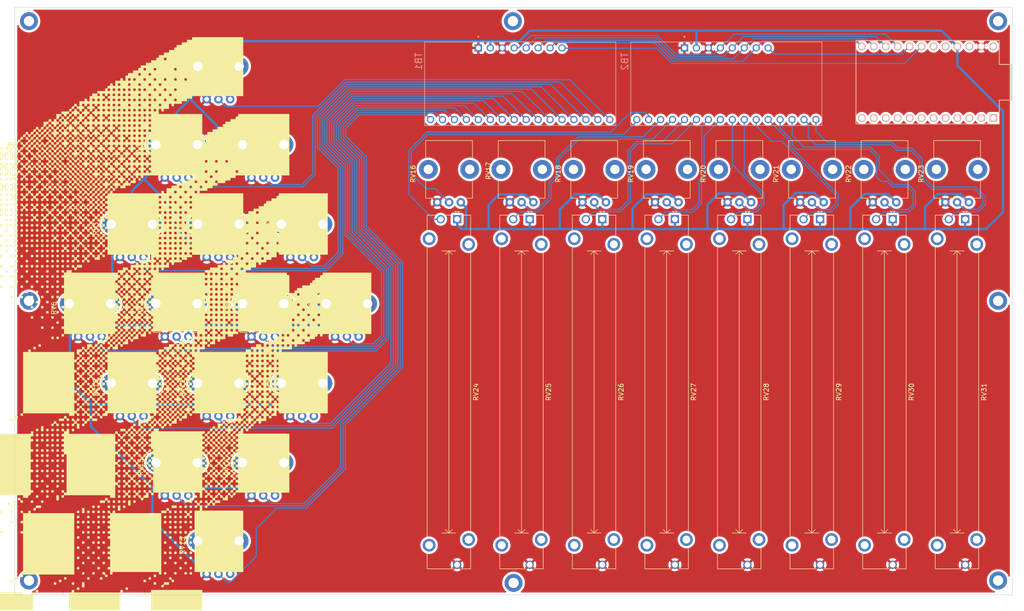
<source format=kicad_pcb>
(kicad_pcb (version 20211014) (generator pcbnew)
  (layers (0 "F.Cu" signal) (31 "B.Cu" signal) (34 "B.Paste" user) (35 "F.Paste" user) (36 "B.SilkS" user "B.Silkscreen") (37 "F.SilkS" user "F.Silkscreen") (38 "B.Mask" user) (39 "F.Mask" user) (44 "Edge.Cuts" user))
  (net 0 "")
  (net 3 "GND")
  (net 7 "C0")
  (net 9 "VCC")
  (net 10 "C1")
  (net 11 "C2")
  (net 15 "C3")
  (net 16 "C4")
  (net 19 "C5")
  (net 20 "C6")
  (net 21 "C7")
  (net 22 "C8")
  (net 23 "C9")
  (net 24 "C10")
  (net 25 "C11")
  (net 26 "C12")
  (net 27 "C13")
  (net 28 "C14")
  (net 29 "C15")
  (net 30 "C16")
  (net 31 "C17")
  (net 32 "C18")
  (net 33 "C19")
  (net 34 "C20")
  (net 35 "C21")
  (net 36 "C22")
  (net 37 "C24")
  (net 38 "C23")
  (net 39 "C25")
  (net 40 "C26")
  (net 41 "C27")
  (net 42 "C28")
  (net 43 "C29")
  (net 44 "C30")
  (net 45 "C31")
  (net 46 "S0")
  (net 47 "S1")
  (net 48 "S2")
  (net 49 "S3")
  (net 50 "COM1")
  (net 51 "COM2")
  (footprint "Potentiometer_THT:Potentiometer_Bourns_PTV09A-1_Single_Vertical" (layer "F.Cu") (at 69.81 133.558332 90)
    (fp_text reference "RV10")
    (fp_text value "R_Pot" hide)
  )
  (footprint "Potentiometer_THT:Potentiometer_Bourns_PTV09A-1_Single_Vertical" (layer "F.Cu") (at 115.53 116.647499 90)
    (fp_text reference "RV9")
    (fp_text value "R_Pot" hide)
  )
  (footprint "Potentiometer_THT:Potentiometer_Bourns_PTV09A-1_Single_Vertical" (layer "F.Cu") (at 214.376426 88.08 90)
    (fp_text reference "RV21")
    (fp_text value "R_Pot")
  )
  (footprint "Potentiometer_THT:Potentiometer_Bourns_PTV09A-1_Single_Vertical" (layer "F.Cu") (at 88.225 133.558332 90)
    (fp_text reference "RV11")
    (fp_text value "R_Pot" hide)
  )
  (footprint "Potentiometer_THT:Potentiometer_Bourns_PTV09A-1_Single_Vertical" (layer "F.Cu") (at 245.232144 88.08 90)
    (fp_text reference "RV23")
    (fp_text value "R_Pot")
  )
  (footprint "MountingHole:MountingHole_2.2mm_M2_DIN965_Pad" (layer "F.Cu") (at 45.45 49.55)
    (fp_text reference "H1" hide)
    (fp_text value "MountingHole")
  )
  (footprint "Potentiometer_THT:Potentiometer_Bourns_PTV09A-1_Single_Vertical" (layer "F.Cu") (at 106.005 99.736666 90)
    (fp_text reference "RV5")
    (fp_text value "R_Pot" hide)
  )
  (footprint "MountingHole:MountingHole_2.2mm_M2_DIN965_Pad" (layer "F.Cu") (at 251.45 168.55)
    (fp_text reference "H8" hide)
    (fp_text value "MountingHole")
  )
  (footprint "Potentiometer_THT:Potentiometer_Bourns_PTV09A-1_Single_Vertical" (layer "F.Cu") (at 183.520714 88.08 90)
    (fp_text reference "RV19")
    (fp_text value "R_Pot")
  )
  (footprint "Potentiometer_THT:Potentiometer_Bourns_PTV09A-1_Single_Vertical" (layer "F.Cu") (at 88.225 99.736666 90)
    (fp_text reference "RV4")
    (fp_text value "R_Pot" hide)
  )
  (footprint "MountingHole:MountingHole_2.2mm_M2_DIN965_Pad" (layer "F.Cu") (at 45.45 109.05)
    (fp_text reference "H4" hide)
    (fp_text value "MountingHole")
  )
  (footprint "Potentiometer_THT:Potentiometer_Bourns_PTA6043_Single_Slide" (layer "F.Cu") (at 182.73857 91.68 -90)
    (fp_text reference "RV27")
    (fp_text value "S_Pot")
  )
  (footprint "Potentiometer_THT:Potentiometer_Bourns_PTA6043_Single_Slide" (layer "F.Cu") (at 136.455002 91.68 -90)
    (fp_text reference "RV24")
    (fp_text value "S_Pot")
  )
  (footprint "Potentiometer_THT:Potentiometer_Bourns_PTV09A-1_Single_Vertical" (layer "F.Cu") (at 229.804282 88.08 90)
    (fp_text reference "RV22")
    (fp_text value "R_Pot")
  )
  (footprint "Potentiometer_THT:Potentiometer_Bourns_PTV09A-1_Single_Vertical" (layer "F.Cu") (at 106.005 133.558332 90)
    (fp_text reference "RV12")
    (fp_text value "R_Pot" hide)
  )
  (footprint "Potentiometer_THT:Potentiometer_Bourns_PTA6043_Single_Slide" (layer "F.Cu") (at 167.310714 91.68 -90)
    (fp_text reference "RV26")
    (fp_text value "S_Pot")
  )
  (footprint "Potentiometer_THT:Potentiometer_Bourns_PTV09A-1_Single_Vertical" (layer "F.Cu") (at 152.665002 88.08 90)
    (fp_text reference "RV17")
    (fp_text value "R_Pot")
  )
  (footprint "Potentiometer_THT:Potentiometer_Bourns_PTV09A-1_Single_Vertical" (layer "F.Cu") (at 88.225 66.165 90)
    (fp_text reference "RV0")
    (fp_text value "R_Pot" hide)
  )
  (footprint "Potentiometer_THT:Potentiometer_Bourns_PTV09A-1_Single_Vertical" (layer "F.Cu") (at 69.81 99.736666 90)
    (fp_text reference "RV3")
    (fp_text value "R_Pot" hide)
  )
  (footprint "Potentiometer_THT:Potentiometer_Bourns_PTV09A-1_Single_Vertical" (layer "F.Cu") (at 198.94857 88.08 90)
    (fp_text reference "RV20")
    (fp_text value "R_Pot")
  )
  (footprint "Potentiometer_THT:Potentiometer_Bourns_PTV09A-1_Single_Vertical" (layer "F.Cu") (at 97.75 116.647499 90)
    (fp_text reference "RV8")
    (fp_text value "R_Pot" hide)
  )
  (footprint "Potentiometer_THT:Potentiometer_Bourns_PTV09A-1_Single_Vertical" (layer "F.Cu") (at 88.225 167.13 90)
    (fp_text reference "RV15")
    (fp_text value "R_Pot" hide)
  )
  (footprint "Potentiometer_THT:Potentiometer_Bourns_PTV09A-1_Single_Vertical" (layer "F.Cu") (at 79.335 82.825833 90)
    (fp_text reference "RV1")
    (fp_text value "R_Pot" hide)
  )
  (footprint "MountingHole:MountingHole_2.2mm_M2_DIN965_Pad" (layer "F.Cu") (at 251.45 109.05)
    (fp_text reference "H5" hide)
    (fp_text value "MountingHole")
  )
  (footprint "Potentiometer_THT:Potentiometer_Bourns_PTA6043_Single_Slide" (layer "F.Cu") (at 198.166426 91.68 -90)
    (fp_text reference "RV28")
    (fp_text value "S_Pot")
  )
  (footprint "Potentiometer_THT:Potentiometer_Bourns_PTV09A-1_Single_Vertical" (layer "F.Cu") (at 97.75 82.825833 90)
    (fp_text reference "RV2")
    (fp_text value "R_Pot" hide)
  )
  (footprint "Potentiometer_THT:Potentiometer_Bourns_PTA6043_Single_Slide" (layer "F.Cu") (at 213.594282 91.68 -90)
    (fp_text reference "RV29")
    (fp_text value "S_Pot")
  )
  (footprint "Potentiometer_THT:Potentiometer_Bourns_PTA6043_Single_Slide" (layer "F.Cu") (at 244.45 91.68 -90)
    (fp_text reference "RV31")
    (fp_text value "S_Pot")
  )
  (footprint "Potentiometer_THT:Potentiometer_Bourns_PTV09A-1_Single_Vertical" (layer "F.Cu") (at 79.335 150.469165 90)
    (fp_text reference "RV13")
    (fp_text value "R_Pot" hide)
  )
  (footprint "MountingHole:MountingHole_2.2mm_M2_DIN965_Pad" (layer "F.Cu") (at 251.45 49.55)
    (fp_text reference "H3" hide)
    (fp_text value "MountingHole")
  )
  (footprint "Potentiometer_THT:Potentiometer_Bourns_PTV09A-1_Single_Vertical" (layer "F.Cu") (at 60.92 116.647499 90)
    (fp_text reference "RV6")
    (fp_text value "R_Pot" hide)
  )
  (footprint "Potentiometer_THT:Potentiometer_Bourns_PTA6043_Single_Slide" (layer "F.Cu") (at 151.882858 91.68 -90)
    (fp_text reference "RV25")
    (fp_text value "S_Pot")
  )
  (footprint "Potentiometer_THT:Potentiometer_Bourns_PTV09A-1_Single_Vertical" (layer "F.Cu") (at 137.237146 88.08 90)
    (fp_text reference "RV16")
    (fp_text value "R_Pot")
  )
  (footprint "MountingHole:MountingHole_2.2mm_M2_DIN965_Pad" (layer "F.Cu") (at 148.45 169.05)
    (fp_text reference "H7" hide)
    (fp_text value "MountingHole")
  )
  (footprint "LOGO" (layer "F.Cu") (at 148.15 109.85)
    (fp_text reference "G***" hide)
    (fp_text value "LOGO" hide)
  )
  (footprint "Potentiometer_THT:Potentiometer_Bourns_PTA6043_Single_Slide" (layer "F.Cu") (at 229.022138 91.68 -90)
    (fp_text reference "RV30")
    (fp_text value "S_Pot")
  )
  (footprint "Potentiometer_THT:Potentiometer_Bourns_PTV09A-1_Single_Vertical" (layer "F.Cu") (at 97.75 150.469165 90)
    (fp_text reference "RV14")
    (fp_text value "R_Pot" hide)
  )
  (footprint "Potentiometer_THT:Potentiometer_Bourns_PTV09A-1_Single_Vertical" (layer "F.Cu") (at 168.092858 88.08 90)
    (fp_text reference "RV18")
    (fp_text value "R_Pot")
  )
  (footprint "Potentiometer_THT:Potentiometer_Bourns_PTV09A-1_Single_Vertical" (layer "F.Cu") (at 79.335 116.647499 90)
    (fp_text reference "RV7")
    (fp_text value "R_Pot" hide)
  )
  (footprint "MountingHole:MountingHole_2.2mm_M2_DIN965_Pad" (layer "F.Cu") (at 45.45 168.55)
    (fp_text reference "H6" hide)
    (fp_text value "MountingHole")
  )
  (footprint "MountingHole:MountingHole_2.2mm_M2_DIN965_Pad" (layer "F.Cu") (at 148.3125 49.55)
    (fp_text reference "H2" hide)
    (fp_text value "MountingHole")
  )
  (footprint "multiplexer:XDCR_BOB-09056" (layer "B.Cu") (at 193.675 62.865 -90)
    (fp_text reference "TB2")
    (fp_text value "BOB-09056")
  )
  (footprint "multiplexer:XDCR_BOB-09056" (layer "B.Cu") (at 149.86 62.865 -90)
    (fp_text reference "TB1")
    (fp_text value "BOB-09056")
  )
  (footprint "promicro:ProMicro" (layer "B.Cu") (at 236.45 62.55 180)
    (fp_text reference "U1" hide)
    (fp_text value "ProMicro")
  )
  (gr_rect (start 254.45 171.6) (end 42.45 46.6) (layer "Edge.Cuts") (width 0.1) (fill none))
  (segment (start 112.76828 72.43172) (end 115.70048 69.49952) (width 0.25) (layer "B.Cu") (net 7))
  (segment (start 124.870674 122.872644) (end 124.870674 100.841894) (width 0.25) (layer "B.Cu") (net 7))
  (segment (start 87.52 168.925) (end 88.232432 168.925) (width 0.25) (layer "B.Cu") (net 7))
  (segment (start 104.363817 153.149038) (end 112.699039 144.813815) (width 0.25) (layer "B.Cu") (net 7))
  (segment (start 112.76828 73.966147) (end 112.76828 72.43172) (width 0.25) (layer "B.Cu") (net 7))
  (segment (start 117.144231 78.342098) (end 112.76828 73.966147) (width 0.25) (layer "B.Cu") (net 7))
  (segment (start 129.82452 69.49952) (end 130.81 70.485) (width 0.25) (layer "B.Cu") (net 7))
  (segment (start 115.70048 69.49952) (end 129.82452 69.49952) (width 0.25) (layer "B.Cu") (net 7))
  (segment (start 88.232432 168.925) (end 93.75 163.407432) (width 0.25) (layer "B.Cu") (net 7))
  (segment (start 117.144239 93.115459) (end 117.144231 78.342098) (width 0.25) (layer "B.Cu") (net 7))
  (segment (start 112.69904 135.458098) (end 124.870675 123.28646) (width 0.25) (layer "B.Cu") (net 7))
  (segment (start 85.725 167.13) (end 87.52 168.925) (width 0.25) (layer "B.Cu") (net 7))
  (segment (start 98.100961 153.149039) (end 104.363817 153.149038) (width 0.25) (layer "B.Cu") (net 7))
  (segment (start 93.75 163.407432) (end 93.75 157.5) (width 0.25) (layer "B.Cu") (net 7))
  (segment (start 124.870675 123.28646) (end 124.870674 122.872644) (width 0.25) (layer "B.Cu") (net 7))
  (segment (start 112.699039 144.813815) (end 112.69904 135.458098) (width 0.25) (layer "B.Cu") (net 7))
  (segment (start 93.75 157.5) (end 98.100961 153.149039) (width 0.25) (layer "B.Cu") (net 7))
  (segment (start 124.870674 100.841894) (end 117.144239 93.115459) (width 0.25) (layer "B.Cu") (net 7))
  (segment (start 57.45 114.275) (end 56.025 114.275) (width 0.5) (layer "B.Cu") (net 9))
  (segment (start 69.975 83.025) (end 67.4 85.6) (width 0.5) (layer "B.Cu") (net 9))
  (segment (start 79.4725 148.8275) (end 96.108335 148.8275) (width 0.5) (layer "B.Cu") (net 9))
  (segment (start 86.695 165.6) (end 88.225 167.13) (width 0.5) (layer "B.Cu") (net 9))
  (segment (start 69.81 131.14) (end 69.85 131.1) (width 0.5) (layer "B.Cu") (net 9))
  (segment (start 79.7125 66.0875) (end 85.35 71.725) (width 0.5) (layer "B.Cu") (net 9))
  (segment (start 76.325 93.15) (end 80.325 97.15) (width 0.5) (layer "B.Cu") (net 9))
  (segment (start 85.65 61.575) (end 84.225 61.575) (width 0.5) (layer "B.Cu") (net 9))
  (segment (start 168.092858 88.08) (end 166.387858 86.375) (width 0.5) (layer "B.Cu") (net 9))
  (segment (start 167.310714 91.68) (end 167.310714 93.535714) (width 0.5) (layer "B.Cu") (net 9))
  (segment (start 158.3 89.625) (end 158.3 93.775) (width 0.5) (layer "B.Cu") (net 9))
  (segment (start 143.15 93.775) (end 158.3 93.775) (width 0.5) (layer "B.Cu") (net 9))
  (segment (start 181.815714 86.375) (end 176.725 86.375) (width 0.5) (layer "B.Cu") (net 9))
  (segment (start 228.049282 86.325) (end 223.025 86.325) (width 0.5) (layer "B.Cu") (net 9))
  (segment (start 69.975 83.2) (end 76.325 89.55) (width 0.5) (layer "B.Cu") (net 9))
  (segment (start 173.725 93.775) (end 189.65 93.775) (width 0.5) (layer "B.Cu") (net 9))
  (segment (start 60.92 116.965) (end 60.92 114.53) (width 0.5) (layer "B.Cu") (net 9))
  (segment (start 67.4 94.775) (end 65.4 94.775) (width 0.5) (layer "B.Cu") (net 9))
  (segment (start 89 79.15) (end 94.86 79.15) (width 0.5) (layer "B.Cu") (net 9))
  (segment (start 88.3 131.1) (end 105 131.1) (width 0.5) (layer "B.Cu") (net 9))
  (segment (start 229.022138 91.68) (end 229.022138 93.697138) (width 0.5) (layer "B.Cu") (net 9))
  (segment (start 85.65 57.95) (end 89.8 53.8) (width 0.5) (layer "B.Cu") (net 9))
  (segment (start 212.371426 86.075) (end 208.425 86.075) (width 0.5) (layer "B.Cu") (net 9))
  (segment (start 136.455002 92.855002) (end 136.455002 91.68) (width 0.5) (layer "B.Cu") (net 9))
  (segment (start 89.8 53.8) (end 143.45 53.8) (width 0.5) (layer "B.Cu") (net 9))
  (segment (start 197.06857 86.2) (end 192.025 86.2) (width 0.5) (layer "B.Cu") (net 9))
  (segment (start 76.825 79.53) (end 79.335 82.04) (width 0.5) (layer "B.Cu") (net 9))
  (segment (start 63.15 103.975) (end 57.45 109.675) (width 0.5) (layer "B.Cu") (net 9))
  (segment (start 67.4 96.14) (end 69.81 98.55) (width 0.5) (layer "B.Cu") (net 9))
  (segment (start 97.75 114.4) (end 97.875 114.275) (width 0.5) (layer "B.Cu") (net 9))
  (segment (start 242.8 54.93) (end 242.8 59.025) (width 0.5) (layer "B.Cu") (net 9))
  (segment (start 229.804282 88.08) (end 228.049282 86.325) (width 0.5) (layer "B.Cu") (net 9))
  (segment (start 238.7 86.3) (end 235.9 89.1) (width 0.5) (layer "B.Cu") (net 9))
  (segment (start 69.81 134.11) (end 69.81 131.14) (width 0.5) (layer "B.Cu") (net 9))
  (segment (start 58.575 130.775) (end 58.575 135.725) (width 0.5) (layer "B.Cu") (net 9))
  (segment (start 183.520714 88.08) (end 181.815714 86.375) (width 0.5) (layer "B.Cu") (net 9))
  (segment (start 138.375 93.775) (end 137.375 93.775) (width 0.5) (layer "B.Cu") (net 9))
  (segment (start 189.65 93.775) (end 205.85 93.775) (width 0.5) (layer "B.Cu") (net 9))
  (segment (start 138.375 93.775) (end 138.375 89.217854) (width 0.5) (layer "B.Cu") (net 9))
  (segment (start 57.45 109.675) (end 57.45 114.275) (width 0.5) (layer "B.Cu") (net 9))
  (segment (start 220.025 93.775) (end 235.9 93.775) (width 0.5) (layer "B.Cu") (net 9))
  (segment (start 192.025 86.2) (end 189.65 88.575) (width 0.5) (layer "B.Cu") (net 9))
  (segment (start 58.875 131.075) (end 58.575 130.775) (width 0.5) (layer "B.Cu") (net 9))
  (segment (start 213.594282 91.68) (end 213.594282 93.519282) (width 0.5) (layer "B.Cu") (net 9))
  (segment (start 69.85 131.1) (end 88.3 131.1) (width 0.5) (layer "B.Cu") (net 9))
  (segment (start 252.475 68.7) (end 252.475 90.175) (width 0.5) (layer "B.Cu") (net 9))
  (segment (start 208.425 86.075) (end 205.85 88.65) (width 0.5) (layer "B.Cu") (net 9))
  (segment (start 151.95 51.55) (end 187.45 51.55) (width 0.5) (layer "B.Cu") (net 9))
  (segment (start 88.225 134.11) (end 88.225 131.175) (width 0.5) (layer "B.Cu") (net 9))
  (segment (start 76.825 77.975) (end 75.025 77.975) (width 0.5) (layer "B.Cu") (net 9))
  (segment (start 243.452144 86.3) (end 238.7 86.3) (width 0.5) (layer "B.Cu") (net 9))
  (segment (start 85.65 61.575) (end 85.65 57.95) (width 0.5) (layer "B.Cu") (net 9))
  (segment (start 152.665002 88.08) (end 151.010002 86.425) (width 0.5) (layer "B.Cu") (net 9))
  (segment (start 187.325 55.245) (end 187.325 51.675) (width 0.5) (layer "B.Cu") (net 9))
  (segment (start 97.75 116.965) (end 97.75 114.4) (width 0.5) (layer "B.Cu") (net 9))
  (segment (start 61.65 131.1) (end 61.625 131.075) (width 0.5) (layer "B.Cu") (net 9))
  (segment (start 79.325 114.275) (end 97.875 114.275) (width 0.5) (layer "B.Cu") (net 9))
  (segment (start 151.882858 91.68) (end 151.882858 93.582858) (width 0.5) (layer "B.Cu") (net 9))
  (segment (start 167.55 93.775) (end 173.725 93.775) (width 0.5) (layer "B.Cu") (net 9))
  (segment (start 67.4 85.6) (end 67.4 94.775) (width 0.5) (layer "B.Cu") (net 9))
  (segment (start 85.35 75.5) (end 89 79.15) (width 0.5) (layer "B.Cu") (net 9))
  (segment (start 81.575 165.6) (end 86.695 165.6) (width 0.5) (layer "B.Cu") (net 9))
  (segment (start 103.418334 97.15) (end 106.005 99.736666) (width 0.5) (layer "B.Cu") (net 9))
  (segment (start 182.73857 93.73857) (end 182.775 93.775) (width 0.5) (layer "B.Cu") (net 9))
  (segment (start 187.325 51.675) (end 187.45 51.55) (width 0.5) (layer "B.Cu") (net 9))
  (segment (start 85.65 61.575) (end 85.65 63.59) (width 0.5) (layer "B.Cu") (net 9))
  (segment (start 97.875 114.275) (end 112.84 114.275) (width 0.5) (layer "B.Cu") (net 9))
  (segment (start 205.85 88.65) (end 205.85 93.775) (width 0.5) (layer "B.Cu") (net 9))
  (segment (start 151.882858 93.582858) (end 152.075 93.775) (width 0.5) (layer "B.Cu") (net 9))
  (segment (start 69.85 131.1) (end 61.65 131.1) (width 0.5) (layer "B.Cu") (net 9))
  (segment (start 75.025 77.975) (end 69.975 83.025) (width 0.5) (layer "B.Cu") (net 9))
  (segment (start 88.225 131.175) (end 88.3 131.1) (width 0.5) (layer "B.Cu") (net 9))
  (segment (start 149.7 53.8) (end 143.45 53.8) (width 0.5) (layer "B.Cu") (net 9))
  (segment (start 79.335 150.469165) (end 79.335 148.965) (width 0.5) (layer "B.Cu") (net 9))
  (segment (start 63.15 97.025) (end 63.15 103.975) (width 0.5) (layer "B.Cu") (net 9))
  (segment (start 214.376426 88.08) (end 212.371426 86.075) (width 0.5) (layer "B.Cu") (net 9))
  (segment (start 176.725 86.375) (end 173.725 89.375) (width 0.5) (layer "B.Cu") (net 9))
  (segment (start 149.7 53.8) (end 151.95 51.55) (width 0.5) (layer "B.Cu") (net 9))
  (segment (start 187.45 51.55) (end 239.42 51.55) (width 0.5) (layer "B.Cu") (net 9))
  (segment (start 88.3 97.15) (end 103.418334 97.15) (width 0.5) (layer "B.Cu") (net 9))
  (segment (start 61.175 114.275) (end 57.45 114.275) (width 0.5) (layer "B.Cu") (net 9))
  (segment (start 198.94857 88.08) (end 197.06857 86.2) (width 0.5) (layer "B.Cu") (net 9))
  (segment (start 58.575 135.725) (end 71.6775 148.8275) (width 0.5) (layer "B.Cu") (net 9))
  (segment (start 143.51 55.245) (end 143.51 53.86) (width 0.5) (layer "B.Cu") (net 9))
  (segment (start 88.225 99.736666) (end 88.225 97.225) (width 0.5) (layer "B.Cu") (net 9))
  (segment (start 223.025 86.325) (end 220.025 89.325) (width 0.5) (layer "B.Cu") (net 9))
  (segment (start 137.375 93.775) (end 136.455002 92.855002) (width 0.5) (layer "B.Cu") (net 9))
  (segment (start 61.175 114.275) (end 79.325 114.275) (width 0.5) (layer "B.Cu") (net 9))
  (segment (start 161.55 86.375) (end 158.3 89.625) (width 0.5) (layer "B.Cu") (net 9))
  (segment (start 61.625 131.075) (end 58.875 131.075) (width 0.5) (layer "B.Cu") (net 9))
  (segment (start 189.65 88.575) (end 189.65 93.775) (width 0.5) (layer "B.Cu") (net 9))
  (segment (start 173.725 89.375) (end 173.725 93.775) (width 0.5) (layer "B.Cu") (net 9))
  (segment (start 235.9 89.1) (end 235.9 93.775) (width 0.5) (layer "B.Cu") (net 9))
  (segment (start 229.022138 93.697138) (end 229.1 93.775) (width 0.5) (layer "B.Cu") (net 9))
  (segment (start 76.325 89.55) (end 76.325 93.15) (width 0.5) (layer "B.Cu") (net 9))
  (segment (start 71.6775 155.7025) (end 81.575 165.6) (width 0.5) (layer "B.Cu") (net 9))
  (segment (start 56.025 114.275) (end 54.15 116.15) (width 0.5) (layer "B.Cu") (net 9))
  (segment (start 54.15 116.15) (end 54.15 126.35) (width 0.5) (layer "B.Cu") (net 9))
  (segment (start 80.325 97.15) (end 88.3 97.15) (width 0.5) (layer "B.Cu") (net 9))
  (segment (start 71.6775 148.8275) (end 71.6775 155.7025) (width 0.5) (layer "B.Cu") (net 9))
  (segment (start 151.010002 86.425) (end 145.35 86.425) (width 0.5) (layer "B.Cu") (net 9))
  (segment (start 85.35 71.725) (end 85.35 75.5) (width 0.5) (layer "B.Cu") (net 9))
  (segment (start 205.85 93.775) (end 220.025 93.775) (width 0.5) (layer "B.Cu") (net 9))
  (segment (start 79.7125 66.0875) (end 76.825 68.975) (width 0.5) (layer "B.Cu") (net 9))
  (segment (start 143.15 88.625) (end 143.15 93.775) (width 0.5) (layer "B.Cu") (net 9))
  (segment (start 76.825 77.975) (end 76.825 79.53) (width 0.5) (layer "B.Cu") (net 9))
  (segment (start 112.84 114.275) (end 115.53 116.965) (width 0.5) (layer "B.Cu") (net 9))
  (segment (start 69.975 83.025) (end 69.975 83.2) (width 0.5) (layer "B.Cu") (net 9))
  (segment (start 245.232144 88.08) (end 243.452144 86.3) (width 0.5) (layer "B.Cu") (net 9))
  (segment (start 235.9 93.775) (end 248.875 93.775) (width 0.5) (layer "B.Cu") (net 9))
  (segment (start 198.166426 91.68) (end 198.166426 93.441426) (width 0.5) (layer "B.Cu") (net 9))
  (segment (start 105 131.1) (end 106.005 132.105) (width 0.5) (layer "B.Cu") (net 9))
  (segment (start 96.108335 148.8275) (end 97.75 150.469165) (width 0.5) (layer "B.Cu") (net 9))
  (segment (start 220.025 89.325) (end 220.025 93.775) (width 0.5) (layer "B.Cu") (net 9))
  (segment (start 76.825 68.975) (end 76.825 77.975) (width 0.5) (layer "B.Cu") (net 9))
  (segment (start 145.35 86.425) (end 143.15 88.625) (width 0.5) (layer "B.Cu") (net 9))
  (segment (start 138.375 93.775) (end 143.15 93.775) (width 0.5) (layer "B.Cu") (net 9))
  (segment (start 106.005 132.105) (end 106.005 134.11) (width 0.5) (layer "B.Cu") (net 9))
  (segment (start 84.225 61.575) (end 79.7125 66.0875) (width 0.5) (layer "B.Cu") (net 9))
  (segment (start 143.51 53.86) (end 143.45 53.8) (width 0.5) (layer "B.Cu") (net 9))
  (segment (start 69.81 98.55) (end 69.81 99.736666) (width 0.5) (layer "B.Cu") (net 9))
  (segment (start 71.6775 148.8275) (end 79.4725 148.8275) (width 0.5) (layer "B.Cu") (net 9))
  (segment (start 239.42 51.55) (end 242.8 54.93) (width 0.5) (layer "B.Cu") (net 9))
  (segment (start 54.15 126.35) (end 58.575 130.775) (width 0.5) (layer "B.Cu") (net 9))
  (segment (start 67.4 94.775) (end 67.4 96.14) (width 0.5) (layer "B.Cu") (net 9))
  (segment (start 85.65 63.59) (end 88.225 66.165) (width 0.5) (layer "B.Cu") (net 9))
  (segment (start 94.86 79.15) (end 97.75 82.04) (width 0.5) (layer "B.Cu") (net 9))
  (segment (start 79.335 114.285) (end 79.325 114.275) (width 0.5) (layer "B.Cu") (net 9))
  (segment (start 182.73857 91.68) (end 182.73857 93.73857) (width 0.5) (layer "B.Cu") (net 9))
  (segment (start 79.335 148.965) (end 79.4725 148.8275) (width 0.5) (layer "B.Cu") (net 9))
  (segment (start 60.92 114.53) (end 61.175 114.275) (width 0.5) (layer "B.Cu") (net 9))
  (segment (start 242.8 59.025) (end 252.475 68.7) (width 0.5) (layer "B.Cu") (net 9))
  (segment (start 138.375 89.217854) (end 137.237146 88.08) (width 0.5) (layer "B.Cu") (net 9))
  (segment (start 252.475 90.175) (end 248.875 93.775) (width 0.5) (layer "B.Cu") (net 9))
  (segment (start 158.3 93.775) (end 167.55 93.775) (width 0.5) (layer "B.Cu") (net 9))
  (segment (start 65.4 94.775) (end 63.15 97.025) (width 0.5) (layer "B.Cu") (net 9))
  (segment (start 166.387858 86.375) (end 161.55 86.375) (width 0.5) (layer "B.Cu") (net 9))
  (segment (start 167.310714 93.535714) (end 167.55 93.775) (width 0.5) (layer "B.Cu") (net 9))
  (segment (start 244.45 93.775) (end 244.45 91.68) (width 0.5) (layer "B.Cu") (net 9))
  (segment (start 79.335 116.965) (end 79.335 114.285) (width 0.5) (layer "B.Cu") (net 9))
  (segment (start 88.225 97.225) (end 88.3 97.15) (width 0.5) (layer "B.Cu") (net 9))
  (segment (start 112.199519 144.606908) (end 112.19952 135.25119) (width 0.25) (layer "B.Cu") (net 10))
  (segment (start 116.644719 93.322357) (end 116.644711 78.549006) (width 0.25) (layer "B.Cu") (net 10))
  (segment (start 76.835 150.469165) (end 76.835 150.485) (width 0.25) (layer "B.Cu") (net 10))
  (segment (start 112.26876 72.224812) (end 115.493572 69) (width 0.25) (layer "B.Cu") (net 10))
  (segment (start 124.371155 123.079553) (end 124.371155 101.048803) (width 0.25) (layer "B.Cu") (net 10))
  (segment (start 104.156908 152.649519) (end 112.199519 144.606908) (width 0.25) (layer "B.Cu") (net 10))
  (segment (start 112.19952 135.25119) (end 124.371155 123.079553) (width 0.25) (layer "B.Cu") (net 10))
  (segment (start 115.493572 69) (end 131.865 69) (width 0.25) (layer "B.Cu") (net 10))
  (segment (start 78.999519 152.649519) (end 104.156908 152.649519) (width 0.25) (layer "B.Cu") (net 10))
  (segment (start 131.865 69) (end 133.35 70.485) (width 0.25) (layer "B.Cu") (net 10))
  (segment (start 124.371155 101.048803) (end 116.644719 93.322366) (width 0.25) (layer "B.Cu") (net 10))
  (segment (start 116.644711 78.549006) (end 112.26876 74.173054) (width 0.25) (layer "B.Cu") (net 10))
  (segment (start 112.26876 74.173054) (end 112.26876 72.224812) (width 0.25) (layer "B.Cu") (net 10))
  (segment (start 116.644719 93.322366) (end 116.644719 93.322357) (width 0.25) (layer "B.Cu") (net 10))
  (segment (start 76.835 150.485) (end 78.999519 152.649519) (width 0.25) (layer "B.Cu") (net 10))
  (segment (start 111.7 144.4) (end 111.7 135.044282) (width 0.25) (layer "B.Cu") (net 11))
  (segment (start 111.76924 74.379961) (end 111.769241 73.966145) (width 0.25) (layer "B.Cu") (net 11))
  (segment (start 123.871635 122.872646) (end 123.871635 101.255713) (width 0.25) (layer "B.Cu") (net 11))
  (segment (start 115.286665 68.50048) (end 133.90548 68.50048) (width 0.25) (layer "B.Cu") (net 11))
  (segment (start 111.769241 72.017903) (end 115.286665 68.50048) (width 0.25) (layer "B.Cu") (net 11))
  (segment (start 96.930835 152.15) (end 103.95 152.15) (width 0.25) (layer "B.Cu") (net 11))
  (segment (start 103.95 152.15) (end 111.7 144.4) (width 0.25) (layer "B.Cu") (net 11))
  (segment (start 111.7 135.044282) (end 123.871635 122.872646) (width 0.25) (layer "B.Cu") (net 11))
  (segment (start 111.769241 73.966145) (end 111.769241 72.017903) (width 0.25) (layer "B.Cu") (net 11))
  (segment (start 116.145193 78.755916) (end 111.76924 74.379961) (width 0.25) (layer "B.Cu") (net 11))
  (segment (start 133.90548 68.50048) (end 135.89 70.485) (width 0.25) (layer "B.Cu") (net 11))
  (segment (start 116.145199 93.529275) (end 116.145193 78.755916) (width 0.25) (layer "B.Cu") (net 11))
  (segment (start 123.871635 101.255713) (end 116.145199 93.529275) (width 0.25) (layer "B.Cu") (net 11))
  (segment (start 95.25 150.469165) (end 96.930835 152.15) (width 0.25) (layer "B.Cu") (net 11))
  (segment (start 123.372115 101.462621) (end 115.645679 93.736183) (width 0.25) (layer "B.Cu") (net 15))
  (segment (start 109.938816 136.099039) (end 123.372115 122.66574) (width 0.25) (layer "B.Cu") (net 15))
  (segment (start 115.645674 78.962825) (end 111.26972 74.586867) (width 0.25) (layer "B.Cu") (net 15))
  (segment (start 67.31 134.11) (end 69.299039 136.099039) (width 0.25) (layer "B.Cu") (net 15))
  (segment (start 123.372115 122.66574) (end 123.372115 101.462621) (width 0.25) (layer "B.Cu") (net 15))
  (segment (start 111.269722 71.810994) (end 115.079756 68.00096) (width 0.25) (layer "B.Cu") (net 15))
  (segment (start 69.299039 136.099039) (end 109.938816 136.099039) (width 0.25) (layer "B.Cu") (net 15))
  (segment (start 115.645679 93.736183) (end 115.645674 78.962825) (width 0.25) (layer "B.Cu") (net 15))
  (segment (start 111.26972 74.586867) (end 111.269722 71.810994) (width 0.25) (layer "B.Cu") (net 15))
  (segment (start 115.079756 68.00096) (end 135.94596 68.00096) (width 0.25) (layer "B.Cu") (net 15))
  (segment (start 135.94596 68.00096) (end 138.43 70.485) (width 0.25) (layer "B.Cu") (net 15))
  (segment (start 110.7702 71.604089) (end 114.872848 67.501441) (width 0.25) (layer "B.Cu") (net 16))
  (segment (start 137.986441 67.501441) (end 140.97 70.485) (width 0.25) (layer "B.Cu") (net 16))
  (segment (start 87.21452 135.59952) (end 109.731907 135.59952) (width 0.25) (layer "B.Cu") (net 16))
  (segment (start 85.725 134.11) (end 87.21452 135.59952) (width 0.25) (layer "B.Cu") (net 16))
  (segment (start 110.7702 74.793774) (end 110.7702 71.604089) (width 0.25) (layer "B.Cu") (net 16))
  (segment (start 114.872848 67.501441) (end 137.986441 67.501441) (width 0.25) (layer "B.Cu") (net 16))
  (segment (start 122.872595 101.669528) (end 115.146159 93.943091) (width 0.25) (layer "B.Cu") (net 16))
  (segment (start 122.872595 122.458832) (end 122.872595 101.669528) (width 0.25) (layer "B.Cu") (net 16))
  (segment (start 115.146159 93.943091) (end 115.146155 79.169734) (width 0.25) (layer "B.Cu") (net 16))
  (segment (start 115.146155 79.169734) (end 110.7702 74.793774) (width 0.25) (layer "B.Cu") (net 16))
  (segment (start 109.731907 135.59952) (end 122.872595 122.458832) (width 0.25) (layer "B.Cu") (net 16))
  (segment (start 140.026921 67.001921) (end 143.51 70.485) (width 0.25) (layer "B.Cu") (net 19))
  (segment (start 114.665941 67.001921) (end 140.026921 67.001921) (width 0.25) (layer "B.Cu") (net 19))
  (segment (start 114.646636 79.376643) (end 110.27068 75.000685) (width 0.25) (layer "B.Cu") (net 19))
  (segment (start 114.646639 94.149999) (end 114.646636 79.376643) (width 0.25) (layer "B.Cu") (net 19))
  (segment (start 122.373076 101.876436) (end 114.646639 94.149999) (width 0.25) (layer "B.Cu") (net 19))
  (segment (start 103.505 134.11) (end 104.495 135.1) (width 0.25) (layer "B.Cu") (net 19))
  (segment (start 109.525 135.1) (end 122.373076 122.251924) (width 0.25) (layer "B.Cu") (net 19))
  (segment (start 110.27068 71.397182) (end 114.665941 67.001921) (width 0.25) (layer "B.Cu") (net 19))
  (segment (start 122.373076 122.251924) (end 122.373076 101.876436) (width 0.25) (layer "B.Cu") (net 19))
  (segment (start 104.495 135.1) (end 109.525 135.1) (width 0.25) (layer "B.Cu") (net 19))
  (segment (start 110.27068 75.000685) (end 110.27068 71.397182) (width 0.25) (layer "B.Cu") (net 19))
  (segment (start 121.873557 102.204273) (end 114.147119 94.477835) (width 0.25) (layer "B.Cu") (net 20))
  (segment (start 114.459033 66.502401) (end 142.067401 66.502401) (width 0.25) (layer "B.Cu") (net 20))
  (segment (start 109.771161 71.190273) (end 114.459033 66.502401) (width 0.25) (layer "B.Cu") (net 20))
  (segment (start 58.42 116.965) (end 61.153558 119.698558) (width 0.25) (layer "B.Cu") (net 20))
  (segment (start 109.77116 75.207592) (end 109.771161 71.190273) (width 0.25) (layer "B.Cu") (net 20))
  (segment (start 114.147117 79.583552) (end 109.77116 75.207592) (width 0.25) (layer "B.Cu") (net 20))
  (segment (start 61.153558 119.698558) (end 119.220723 119.698559) (width 0.25) (layer "B.Cu") (net 20))
  (segment (start 121.873557 117.045725) (end 121.873557 102.204273) (width 0.25) (layer "B.Cu") (net 20))
  (segment (start 119.220723 119.698559) (end 121.873557 117.045725) (width 0.25) (layer "B.Cu") (net 20))
  (segment (start 114.147119 94.477835) (end 114.147117 79.583552) (width 0.25) (layer "B.Cu") (net 20))
  (segment (start 142.067401 66.502401) (end 146.05 70.485) (width 0.25) (layer "B.Cu") (net 20))
  (segment (start 113.647599 94.684743) (end 113.647598 79.790461) (width 0.25) (layer "B.Cu") (net 21))
  (segment (start 113.647598 79.790461) (end 109.27164 75.414499) (width 0.25) (layer "B.Cu") (net 21))
  (segment (start 119.013814 119.19904) (end 121.374038 116.838816) (width 0.25) (layer "B.Cu") (net 21))
  (segment (start 121.374038 102.411184) (end 113.647599 94.684743) (width 0.25) (layer "B.Cu") (net 21))
  (segment (start 79.069039 119.199039) (end 119.013814 119.19904) (width 0.25) (layer "B.Cu") (net 21))
  (segment (start 109.27164 75.414499) (end 109.271641 75.000683) (width 0.25) (layer "B.Cu") (net 21))
  (segment (start 121.374038 116.838816) (end 121.374038 102.411184) (width 0.25) (layer "B.Cu") (net 21))
  (segment (start 144.107881 66.002881) (end 148.59 70.485) (width 0.25) (layer "B.Cu") (net 21))
  (segment (start 109.271641 75.000683) (end 109.271642 70.983364) (width 0.25) (layer "B.Cu") (net 21))
  (segment (start 109.271642 70.983364) (end 114.252125 66.002881) (width 0.25) (layer "B.Cu") (net 21))
  (segment (start 76.835 116.965) (end 79.069039 119.199039) (width 0.25) (layer "B.Cu") (net 21))
  (segment (start 114.252125 66.002881) (end 144.107881 66.002881) (width 0.25) (layer "B.Cu") (net 21))
  (segment (start 113.148079 79.99737) (end 108.77212 75.621405) (width 0.25) (layer "B.Cu") (net 22))
  (segment (start 118.806907 118.69952) (end 120.874519 116.631908) (width 0.25) (layer "B.Cu") (net 22))
  (segment (start 113.148079 94.891651) (end 113.148079 79.99737) (width 0.25) (layer "B.Cu") (net 22))
  (segment (start 95.25 116.965) (end 96.98452 118.69952) (width 0.25) (layer "B.Cu") (net 22))
  (segment (start 120.874519 116.631908) (end 120.874519 102.618092) (width 0.25) (layer "B.Cu") (net 22))
  (segment (start 96.98452 118.69952) (end 118.806907 118.69952) (width 0.25) (layer "B.Cu") (net 22))
  (segment (start 120.874519 102.618092) (end 113.148079 94.891651) (width 0.25) (layer "B.Cu") (net 22))
  (segment (start 108.77212 70.776459) (end 114.045217 65.503362) (width 0.25) (layer "B.Cu") (net 22))
  (segment (start 146.148362 65.503362) (end 151.13 70.485) (width 0.25) (layer "B.Cu") (net 22))
  (segment (start 114.045217 65.503362) (end 146.148362 65.503362) (width 0.25) (layer "B.Cu") (net 22))
  (segment (start 108.77212 75.621405) (end 108.77212 70.776459) (width 0.25) (layer "B.Cu") (net 22))
  (segment (start 114.265 118.2) (end 118.6 118.2) (width 0.25) (layer "B.Cu") (net 23))
  (segment (start 112.648558 80.204276) (end 108.2726 75.828317) (width 0.25) (layer "B.Cu") (net 23))
  (segment (start 113.03 116.965) (end 114.265 118.2) (width 0.25) (layer "B.Cu") (net 23))
  (segment (start 120.375 102.825) (end 112.648559 95.098559) (width 0.25) (layer "B.Cu") (net 23))
  (segment (start 112.648559 95.098559) (end 112.648558 80.204276) (width 0.25) (layer "B.Cu") (net 23))
  (segment (start 118.6 118.2) (end 120.375 116.425) (width 0.25) (layer "B.Cu") (net 23))
  (segment (start 120.375 116.425) (end 120.375 102.825) (width 0.25) (layer "B.Cu") (net 23))
  (segment (start 108.2726 75.828317) (end 108.2726 70.569552) (width 0.25) (layer "B.Cu") (net 23))
  (segment (start 148.188842 65.003842) (end 153.67 70.485) (width 0.25) (layer "B.Cu") (net 23))
  (segment (start 108.2726 70.569552) (end 113.83831 65.003842) (width 0.25) (layer "B.Cu") (net 23))
  (segment (start 113.83831 65.003842) (end 148.188842 65.003842) (width 0.25) (layer "B.Cu") (net 23))
  (segment (start 107.77308 76.035224) (end 107.773081 70.362643) (width 0.25) (layer "B.Cu") (net 24))
  (segment (start 150.229322 64.504322) (end 156.21 70.485) (width 0.25) (layer "B.Cu") (net 24))
  (segment (start 67.31 99.736666) (end 70.197853 102.624519) (width 0.25) (layer "B.Cu") (net 24))
  (segment (start 70.197853 102.624519) (end 108.613335 102.624519) (width 0.25) (layer "B.Cu") (net 24))
  (segment (start 108.613335 102.624519) (end 112.149039 99.088815) (width 0.25) (layer "B.Cu") (net 24))
  (segment (start 113.631402 64.504322) (end 150.229322 64.504322) (width 0.25) (layer "B.Cu") (net 24))
  (segment (start 112.149039 80.411185) (end 107.77308 76.035224) (width 0.25) (layer "B.Cu") (net 24))
  (segment (start 112.149039 99.088815) (end 112.149039 80.411185) (width 0.25) (layer "B.Cu") (net 24))
  (segment (start 107.773081 70.362643) (end 113.631402 64.504322) (width 0.25) (layer "B.Cu") (net 24))
  (segment (start 113.424494 64.004802) (end 152.269802 64.004802) (width 0.25) (layer "B.Cu") (net 25))
  (segment (start 88.113334 102.125) (end 108.406427 102.125) (width 0.25) (layer "B.Cu") (net 25))
  (segment (start 107.273561 75.828315) (end 107.273562 70.155734) (width 0.25) (layer "B.Cu") (net 25))
  (segment (start 107.273562 70.155734) (end 113.424494 64.004802) (width 0.25) (layer "B.Cu") (net 25))
  (segment (start 152.269802 64.004802) (end 158.75 70.485) (width 0.25) (layer "B.Cu") (net 25))
  (segment (start 111.649519 98.881908) (end 111.649519 80.618092) (width 0.25) (layer "B.Cu") (net 25))
  (segment (start 107.27356 76.242131) (end 107.273561 75.828315) (width 0.25) (layer "B.Cu") (net 25))
  (segment (start 108.406427 102.125) (end 111.649519 98.881908) (width 0.25) (layer "B.Cu") (net 25))
  (segment (start 111.649519 80.618092) (end 107.27356 76.242131) (width 0.25) (layer "B.Cu") (net 25))
  (segment (start 85.725 99.736666) (end 88.113334 102.125) (width 0.25) (layer "B.Cu") (net 25))
  (segment (start 105.393814 101.62548) (end 108.19952 101.62548) (width 0.25) (layer "B.Cu") (net 26))
  (segment (start 108.19952 101.62548) (end 111.15 98.675) (width 0.25) (layer "B.Cu") (net 26))
  (segment (start 154.310282 63.505282) (end 161.29 70.485) (width 0.25) (layer "B.Cu") (net 26))
  (segment (start 106.774043 69.948825) (end 113.217586 63.505282) (width 0.25) (layer "B.Cu") (net 26))
  (segment (start 111.15 80.825) (end 106.77404 76.449037) (width 0.25) (layer "B.Cu") (net 26))
  (segment (start 106.77404 76.449037) (end 106.774041 75.621407) (width 0.25) (layer "B.Cu") (net 26))
  (segment (start 106.774041 75.621407) (end 106.774043 69.948825) (width 0.25) (layer "B.Cu") (net 26))
  (segment (start 103.505 99.736666) (end 105.393814 101.62548) (width 0.25) (layer "B.Cu") (net 26))
  (segment (start 111.15 98.675) (end 111.15 80.825) (width 0.25) (layer "B.Cu") (net 26))
  (segment (start 113.217586 63.505282) (end 154.310282 63.505282) (width 0.25) (layer "B.Cu") (net 26))
  (segment (start 113.010677 63.005763) (end 106.274519 69.741921) (width 0.25) (layer "B.Cu") (net 27))
  (segment (start 156.350763 63.005763) (end 113.010677 63.005763) (width 0.25) (layer "B.Cu") (net 27))
  (segment (start 106.274519 69.741921) (end 106.274519 82.206909) (width 0.25) (layer "B.Cu") (net 27))
  (segment (start 163.83 70.485) (end 156.350763 63.005763) (width 0.25) (layer "B.Cu") (net 27))
  (segment (start 78.808687 84.79952) (end 76.835 82.825833) (width 0.25) (layer "B.Cu") (net 27))
  (segment (start 106.274519 82.206909) (end 103.681907 84.79952) (width 0.25) (layer "B.Cu") (net 27))
  (segment (start 103.681907 84.79952) (end 78.808687 84.79952) (width 0.25) (layer "B.Cu") (net 27))
  (segment (start 158.391243 62.506243) (end 166.37 70.485) (width 0.25) (layer "B.Cu") (net 28))
  (segment (start 96.724167 84.3) (end 103.475 84.3) (width 0.25) (layer "B.Cu") (net 28))
  (segment (start 95.25 82.825833) (end 96.724167 84.3) (width 0.25) (layer "B.Cu") (net 28))
  (segment (start 105.774999 82.000001) (end 105.775 69.535012) (width 0.25) (layer "B.Cu") (net 28))
  (segment (start 103.475 84.3) (end 105.774999 82.000001) (width 0.25) (layer "B.Cu") (net 28))
  (segment (start 112.803769 62.506243) (end 158.391243 62.506243) (width 0.25) (layer "B.Cu") (net 28))
  (segment (start 105.775 69.535012) (end 112.803769 62.506243) (width 0.25) (layer "B.Cu") (net 28))
  (segment (start 112.596861 62.006723) (end 160.431723 62.006723) (width 0.25) (layer "B.Cu") (net 29))
  (segment (start 160.431723 62.006723) (end 168.91 70.485) (width 0.25) (layer "B.Cu") (net 29))
  (segment (start 85.725 66.165) (end 87.21 67.65) (width 0.25) (layer "B.Cu") (net 29))
  (segment (start 106.953584 67.65) (end 112.596861 62.006723) (width 0.25) (layer "B.Cu") (net 29))
  (segment (start 87.21 67.65) (end 106.953584 67.65) (width 0.25) (layer "B.Cu") (net 29))
  (segment (start 134.737146 88.08) (end 131.832146 85.175) (width 0.25) (layer "B.Cu") (net 30))
  (segment (start 131.832146 85.175) (end 129.85 85.175) (width 0.25) (layer "B.Cu") (net 30))
  (segment (start 174.625 70.875) (end 174.625 70.485) (width 0.25) (layer "B.Cu") (net 30))
  (segment (start 130.256908 73.64952) (end 171.85048 73.64952) (width 0.25) (layer "B.Cu") (net 30))
  (segment (start 126.72452 82.04952) (end 126.72452 77.181908) (width 0.25) (layer "B.Cu") (net 30))
  (segment (start 129.85 85.175) (end 126.72452 82.04952) (width 0.25) (layer "B.Cu") (net 30))
  (segment (start 171.85048 73.64952) (end 174.625 70.875) (width 0.25) (layer "B.Cu") (net 30))
  (segment (start 126.72452 77.181908) (end 130.256908 73.64952) (width 0.25) (layer "B.Cu") (net 30))
  (segment (start 126.225 86.475) (end 126.225 76.975001) (width 0.25) (layer "B.Cu") (net 31))
  (segment (start 131.43 91.68) (end 126.225 86.475) (width 0.25) (layer "B.Cu") (net 31))
  (segment (start 126.225 76.975001) (end 130.050001 73.15) (width 0.25) (layer "B.Cu") (net 31))
  (segment (start 173.325 68.95) (end 176.5 68.95) (width 0.25) (layer "B.Cu") (net 31))
  (segment (start 169.125 73.15) (end 173.325 68.95) (width 0.25) (layer "B.Cu") (net 31))
  (segment (start 177.165 69.615) (end 177.165 70.485) (width 0.25) (layer "B.Cu") (net 31))
  (segment (start 130.050001 73.15) (end 169.125 73.15) (width 0.25) (layer "B.Cu") (net 31))
  (segment (start 176.5 68.95) (end 177.165 69.615) (width 0.25) (layer "B.Cu") (net 31))
  (segment (start 132.955002 91.68) (end 131.43 91.68) (width 0.25) (layer "B.Cu") (net 31))
  (segment (start 155.975 87.1) (end 155.975 83.95) (width 0.25) (layer "B.Cu") (net 32))
  (segment (start 157.575 82.35) (end 157.575 78.775) (width 0.25) (layer "B.Cu") (net 32))
  (segment (start 150.165002 88.08) (end 151.710002 89.625) (width 0.25) (layer "B.Cu") (net 32))
  (segment (start 155.975 83.95) (end 157.575 82.35) (width 0.25) (layer "B.Cu") (net 32))
  (segment (start 151.710002 89.625) (end 153.45 89.625) (width 0.25) (layer "B.Cu") (net 32))
  (segment (start 162.200961 74.149039) (end 176.040961 74.149039) (width 0.25) (layer "B.Cu") (net 32))
  (segment (start 157.575 78.775) (end 162.200961 74.149039) (width 0.25) (layer "B.Cu") (net 32))
  (segment (start 153.45 89.625) (end 155.975 87.1) (width 0.25) (layer "B.Cu") (net 32))
  (segment (start 176.040961 74.149039) (end 179.705 70.485) (width 0.25) (layer "B.Cu") (net 32))
  (segment (start 158.07452 82.556907) (end 158.07452 78.981908) (width 0.25) (layer "B.Cu") (net 33))
  (segment (start 153.656908 90.12452) (end 156.474519 87.306909) (width 0.25) (layer "B.Cu") (net 33))
  (segment (start 156.474519 87.306909) (end 156.47452 84.156908) (width 0.25) (layer "B.Cu") (net 33))
  (segment (start 162.407868 74.648559) (end 178.081441 74.64856) (width 0.25) (layer "B.Cu") (net 33))
  (segment (start 148.382858 91.68) (end 149.938338 90.12452) (width 0.25) (layer "B.Cu") (net 33))
  (segment (start 178.081441 74.648559) (end 182.245 70.485) (width 0.25) (layer "B.Cu") (net 33))
  (segment (start 149.938338 90.12452) (end 153.656908 90.12452) (width 0.25) (layer "B.Cu") (net 33))
  (segment (start 156.47452 84.156908) (end 158.07452 82.556907) (width 0.25) (layer "B.Cu") (net 33))
  (segment (start 158.07452 78.981908) (end 162.407868 74.64856) (width 0.25) (layer "B.Cu") (net 33))
  (segment (start 172.75 87.8) (end 172.75 77.05) (width 0.25) (layer "B.Cu") (net 34))
  (segment (start 172.75 77.05) (end 174.651921 75.148079) (width 0.25) (layer "B.Cu") (net 34))
  (segment (start 180.121921 75.148079) (end 184.785 70.485) (width 0.25) (layer "B.Cu") (net 34))
  (segment (start 166.55 89.6) (end 170.95 89.6) (width 0.25) (layer "B.Cu") (net 34))
  (segment (start 174.651921 75.148079) (end 180.121921 75.148079) (width 0.25) (layer "B.Cu") (net 34))
  (segment (start 165.592858 88.642858) (end 166.55 89.6) (width 0.25) (layer "B.Cu") (net 34))
  (segment (start 165.592858 88.08) (end 165.592858 88.642858) (width 0.25) (layer "B.Cu") (net 34))
  (segment (start 170.95 89.6) (end 172.75 87.8) (width 0.25) (layer "B.Cu") (net 34))
  (segment (start 182.162401 75.647599) (end 187.325 70.485) (width 0.25) (layer "B.Cu") (net 35))
  (segment (start 171.156908 90.099519) (end 173.24952 88.006907) (width 0.25) (layer "B.Cu") (net 35))
  (segment (start 163.810714 91.68) (end 165.391195 90.099519) (width 0.25) (layer "B.Cu") (net 35))
  (segment (start 174.858829 75.647599) (end 182.162401 75.647599) (width 0.25) (layer "B.Cu") (net 35))
  (segment (start 173.24952 88.006907) (end 173.24952 77.256908) (width 0.25) (layer "B.Cu") (net 35))
  (segment (start 173.24952 77.256908) (end 174.858829 75.647599) (width 0.25) (layer "B.Cu") (net 35))
  (segment (start 165.391195 90.099519) (end 171.156908 90.099519) (width 0.25) (layer "B.Cu") (net 35))
  (segment (start 181.020714 88.08) (end 182.590714 89.65) (width 0.25) (layer "B.Cu") (net 36))
  (segment (start 188.45 82.775) (end 188.45 71.9) (width 0.25) (layer "B.Cu") (net 36))
  (segment (start 186.35 89.65) (end 187.875 88.125) (width 0.25) (layer "B.Cu") (net 36))
  (segment (start 187.875 83.35) (end 188.45 82.775) (width 0.25) (layer "B.Cu") (net 36))
  (segment (start 188.45 71.9) (end 189.865 70.485) (width 0.25) (layer "B.Cu") (net 36))
  (segment (start 182.590714 89.65) (end 186.35 89.65) (width 0.25) (layer "B.Cu") (net 36))
  (segment (start 187.875 88.125) (end 187.875 83.35) (width 0.25) (layer "B.Cu") (net 36))
  (segment (start 199.9 89.625) (end 201.15 88.375) (width 0.25) (layer "B.Cu") (net 37))
  (segment (start 201.15 86.325) (end 194.945 80.12) (width 0.25) (layer "B.Cu") (net 37))
  (segment (start 201.15 88.375) (end 201.15 86.325) (width 0.25) (layer "B.Cu") (net 37))
  (segment (start 197.99357 89.625) (end 199.9 89.625) (width 0.25) (layer "B.Cu") (net 37))
  (segment (start 196.44857 88.08) (end 197.99357 89.625) (width 0.25) (layer "B.Cu") (net 37))
  (segment (start 194.945 80.12) (end 194.945 70.485) (width 0.25) (layer "B.Cu") (net 37))
  (segment (start 192.405 70.52) (end 192.405 70.485) (width 0.25) (layer "B.Cu") (net 38))
  (segment (start 188.949519 82.981909) (end 188.949519 73.975481) (width 0.25) (layer "B.Cu") (net 38))
  (segment (start 188.374519 88.331909) (end 188.37452 83.556908) (width 0.25) (layer "B.Cu") (net 38))
  (segment (start 186.556909 90.149519) (end 188.374519 88.331909) (width 0.25) (layer "B.Cu") (net 38))
  (segment (start 188.37452 83.556908) (end 188.949519 82.981909) (width 0.25) (layer "B.Cu") (net 38))
  (segment (start 179.23857 91.68) (end 180.769051 90.149519) (width 0.25) (layer "B.Cu") (net 38))
  (segment (start 180.769051 90.149519) (end 186.556909 90.149519) (width 0.25) (layer "B.Cu") (net 38))
  (segment (start 188.949519 73.975481) (end 192.405 70.52) (width 0.25) (layer "B.Cu") (net 38))
  (segment (start 196.221906 90.12452) (end 200.106909 90.124519) (width 0.25) (layer "B.Cu") (net 39))
  (segment (start 197.485 81.953572) (end 197.485 70.485) (width 0.25) (layer "B.Cu") (net 39))
  (segment (start 194.666426 91.68) (end 196.221906 90.12452) (width 0.25) (layer "B.Cu") (net 39))
  (segment (start 200.106909 90.124519) (end 201.64952 88.581907) (width 0.25) (layer "B.Cu") (net 39))
  (segment (start 201.64952 86.118092) (end 197.485 81.953572) (width 0.25) (layer "B.Cu") (net 39))
  (segment (start 201.64952 88.581907) (end 201.64952 86.118092) (width 0.25) (layer "B.Cu") (net 39))
  (segment (start 203.325 75.1) (end 200.025 71.8) (width 0.25) (layer "B.Cu") (net 40))
  (segment (start 211.876426 88.08) (end 213.421426 89.625) (width 0.25) (layer "B.Cu") (net 40))
  (segment (start 200.025 71.8) (end 200.025 70.485) (width 0.25) (layer "B.Cu") (net 40))
  (segment (start 215.675 89.625) (end 216.925 88.375) (width 0.25) (layer "B.Cu") (net 40))
  (segment (start 213.421426 89.625) (end 215.675 89.625) (width 0.25) (layer "B.Cu") (net 40))
  (segment (start 216.925 88.375) (end 216.925 86.525) (width 0.25) (layer "B.Cu") (net 40))
  (segment (start 205.5 75.1) (end 203.325 75.1) (width 0.25) (layer "B.Cu") (net 40))
  (segment (start 216.925 86.525) (end 205.5 75.1) (width 0.25) (layer "B.Cu") (net 40))
  (segment (start 215.881908 90.12452) (end 217.424519 88.581909) (width 0.25) (layer "B.Cu") (net 41))
  (segment (start 217.424519 86.318091) (end 207.190713 76.084286) (width 0.25) (layer "B.Cu") (net 41))
  (segment (start 210.094282 91.68) (end 211.649762 90.12452) (width 0.25) (layer "B.Cu") (net 41))
  (segment (start 211.649762 90.12452) (end 215.881908 90.12452) (width 0.25) (layer "B.Cu") (net 41))
  (segment (start 217.424519 88.581909) (end 217.424519 86.318091) (width 0.25) (layer "B.Cu") (net 41))
  (segment (start 207.190713 76.084286) (end 207.190713 75.110713) (width 0.25) (layer "B.Cu") (net 41))
  (segment (start 207.190713 75.110713) (end 202.565 70.485) (width 0.25) (layer "B.Cu") (net 41))
  (segment (start 232.15 84.775) (end 229.025 84.775) (width 0.25) (layer "B.Cu") (net 42))
  (segment (start 208.637855 76.825) (end 207.690233 75.877378) (width 0.25) (layer "B.Cu") (net 42))
  (segment (start 233.375 88.525) (end 233.375 86) (width 0.25) (layer "B.Cu") (net 42))
  (segment (start 227.9 83.65) (end 226.55 83.65) (width 0.25) (layer "B.Cu") (net 42))
  (segment (start 228.849282 89.625) (end 232.275 89.625) (width 0.25) (layer "B.Cu") (net 42))
  (segment (start 227.304282 88.08) (end 228.849282 89.625) (width 0.25) (layer "B.Cu") (net 42))
  (segment (start 224.05 76.825) (end 208.637855 76.825) (width 0.25) (layer "B.Cu") (net 42))
  (segment (start 226.55 83.65) (end 225.65 82.75) (width 0.25) (layer "B.Cu") (net 42))
  (segment (start 233.375 86) (end 232.15 84.775) (width 0.25) (layer "B.Cu") (net 42))
  (segment (start 232.275 89.625) (end 233.375 88.525) (width 0.25) (layer "B.Cu") (net 42))
  (segment (start 205.105 72.318572) (end 205.105 70.485) (width 0.25) (layer "B.Cu") (net 42))
  (segment (start 207.690233 75.877378) (end 207.690233 74.903806) (width 0.25) (layer "B.Cu") (net 42))
  (segment (start 229.025 84.775) (end 227.9 83.65) (width 0.25) (layer "B.Cu") (net 42))
  (segment (start 225.65 82.75) (end 225.65 78.425) (width 0.25) (layer "B.Cu") (net 42))
  (segment (start 225.65 78.425) (end 224.05 76.825) (width 0.25) (layer "B.Cu") (net 42))
  (segment (start 207.690233 74.903806) (end 205.105 72.318572) (width 0.25) (layer "B.Cu") (net 42))
  (segment (start 229.231908 84.27548) (end 226.149519 81.193091) (width 0.25) (layer "B.Cu") (net 43))
  (segment (start 233.874519 85.793091) (end 232.356909 84.275481) (width 0.25) (layer "B.Cu") (net 43))
  (segment (start 224.256908 76.32548) (end 210.15048 76.32548) (width 0.25) (layer "B.Cu") (net 43))
  (segment (start 227.077619 90.124519) (end 232.481908 90.124519) (width 0.25) (layer "B.Cu") (net 43))
  (segment (start 210.15048 76.32548) (end 207.645 73.82) (width 0.25) (layer "B.Cu") (net 43))
  (segment (start 232.356909 84.275481) (end 229.231908 84.27548) (width 0.25) (layer "B.Cu") (net 43))
  (segment (start 232.481908 90.124519) (end 233.87452 88.731907) (width 0.25) (layer "B.Cu") (net 43))
  (segment (start 233.87452 88.731907) (end 233.874519 85.793091) (width 0.25) (layer "B.Cu") (net 43))
  (segment (start 225.522138 91.68) (end 227.077619 90.124519) (width 0.25) (layer "B.Cu") (net 43))
  (segment (start 207.645 73.82) (end 207.645 70.485) (width 0.25) (layer "B.Cu") (net 43))
  (segment (start 226.149519 81.193091) (end 226.149519 78.218091) (width 0.25) (layer "B.Cu") (net 43))
  (segment (start 226.149519 78.218091) (end 224.256908 76.32548) (width 0.25) (layer "B.Cu") (net 43))
  (segment (start 247.05 89.575) (end 244.227144 89.575) (width 0.25) (layer "B.Cu") (net 44))
  (segment (start 211.075 71.375) (end 211.075 74.2) (width 0.25) (layer "B.Cu") (net 44))
  (segment (start 234.775 78.95) (end 234.775 82.675) (width 0.25) (layer "B.Cu") (net 44))
  (segment (start 234.775 82.675) (end 237.425 85.325) (width 0.25) (layer "B.Cu") (net 44))
  (segment (start 228.700961 75.825961) (end 229.875 77) (width 0.25) (layer "B.Cu") (net 44))
  (segment (start 212.70096 75.82596) (end 228.700961 75.825961) (width 0.25) (layer "B.Cu") (net 44))
  (segment (start 248.225 87.1) (end 248.225 88.4) (width 0.25) (layer "B.Cu") (net 44))
  (segment (start 232.825 77) (end 234.775 78.95) (width 0.25) (layer "B.Cu") (net 44))
  (segment (start 211.075 74.2) (end 212.70096 75.82596) (width 0.25) (layer "B.Cu") (net 44))
  (segment (start 210.185 70.485) (end 211.075 71.375) (width 0.25) (layer "B.Cu") (net 44))
  (segment (start 248.225 88.4) (end 247.05 89.575) (width 0.25) (layer "B.Cu") (net 44))
  (segment (start 237.425 85.325) (end 246.45 85.325) (width 0.25) (layer "B.Cu") (net 44))
  (segment (start 229.875 77) (end 232.825 77) (width 0.25) (layer "B.Cu") (net 44))
  (segment (start 246.45 85.325) (end 248.225 87.1) (width 0.25) (layer "B.Cu") (net 44))
  (segment (start 244.227144 89.575) (end 242.732144 88.08) (width 0.25) (layer "B.Cu") (net 44))
  (segment (start 247.256909 90.074519) (end 248.724519 88.606909) (width 0.25) (layer "B.Cu") (net 45))
  (segment (start 237.631908 84.82548) (end 235.27452 82.468092) (width 0.25) (layer "B.Cu") (net 45))
  (segment (start 248.724519 86.893091) (end 246.656908 84.82548) (width 0.25) (layer "B.Cu") (net 45))
  (segment (start 240.95 91.68) (end 242.55548 90.07452) (width 0.25) (layer "B.Cu") (net 45))
  (segment (start 235.27452 82.468092) (end 235.274519 78.743091) (width 0.25) (layer "B.Cu") (net 45))
  (segment (start 242.55548 90.07452) (end 247.256909 90.074519) (width 0.25) (layer "B.Cu") (net 45))
  (segment (start 246.656908 84.82548) (end 237.631908 84.82548) (width 0.25) (layer "B.Cu") (net 45))
  (segment (start 212.725 72.926439) (end 212.725 70.485) (width 0.25) (layer "B.Cu") (net 45))
  (segment (start 248.724519 88.606909) (end 248.724519 86.893091) (width 0.25) (layer "B.Cu") (net 45))
  (segment (start 228.907867 75.32644) (end 215.125001 75.32644) (width 0.25) (layer "B.Cu") (net 45))
  (segment (start 215.125001 75.32644) (end 212.725 72.926439) (width 0.25) (layer "B.Cu") (net 45))
  (segment (start 233.031909 76.500481) (end 230.081908 76.50048) (width 0.25) (layer "B.Cu") (net 45))
  (segment (start 230.081908 76.50048) (end 228.907867 75.32644) (width 0.25) (layer "B.Cu") (net 45))
  (segment (start 235.274519 78.743091) (end 233.031909 76.500481) (width 0.25) (layer "B.Cu") (net 45))
  (segment (start 152.143069 52.606931) (end 179.006931 52.606931) (width 0.25) (layer "B.Cu") (net 46))
  (segment (start 179.006931 52.606931) (end 182.95 56.55) (width 0.25) (layer "B.Cu") (net 46))
  (segment (start 182.95 56.55) (end 191.1 56.55) (width 0.25) (layer "B.Cu") (net 46))
  (segment (start 195.348559 52.301441) (end 192.405 55.245) (width 0.25) (layer "B.Cu") (net 46))
  (segment (start 148.59 55.245) (end 149.505 55.245) (width 0.25) (layer "B.Cu") (net 46))
  (segment (start 191.1 56.55) (end 192.405 55.245) (width 0.25) (layer "B.Cu") (net 46))
  (segment (start 230.1 54.93) (end 227.471441 52.301441) (width 0.25) (layer "B.Cu") (net 46))
  (segment (start 227.471441 52.301441) (end 195.348559 52.301441) (width 0.25) (layer "B.Cu") (net 46))
  (segment (start 149.505 55.245) (end 152.143069 52.606931) (width 0.25) (layer "B.Cu") (net 46))
  (segment (start 227.56 54.93) (end 225.43096 52.80096) (width 0.25) (layer "B.Cu") (net 47))
  (segment (start 182.743092 57.049519) (end 178.800023 53.10645) (width 0.25) (layer "B.Cu") (net 47))
  (segment (start 193.140481 57.049519) (end 182.743092 57.049519) (width 0.25) (layer "B.Cu") (net 47))
  (segment (start 178.800023 53.10645) (end 153.26855 53.10645) (width 0.25) (layer "B.Cu") (net 47))
  (segment (start 197.38904 52.80096) (end 194.945 55.245) (width 0.25) (layer "B.Cu") (net 47))
  (segment (start 153.26855 53.10645) (end 151.13 55.245) (width 0.25) (layer "B.Cu") (net 47))
  (segment (start 194.945 55.245) (end 193.140481 57.049519) (width 0.25) (layer "B.Cu") (net 47))
  (segment (start 225.43096 52.80096) (end 197.38904 52.80096) (width 0.25) (layer "B.Cu") (net 47))
  (segment (start 178.593116 53.60597) (end 182.536185 57.549039) (width 0.25) (layer "B.Cu") (net 48))
  (segment (start 225.02 54.93) (end 223.39048 53.30048) (width 0.25) (layer "B.Cu") (net 48))
  (segment (start 182.536185 57.549039) (end 195.180961 57.549039) (width 0.25) (layer "B.Cu") (net 48))
  (segment (start 199.42952 53.30048) (end 197.485 55.245) (width 0.25) (layer "B.Cu") (net 48))
  (segment (start 223.39048 53.30048) (end 199.42952 53.30048) (width 0.25) (layer "B.Cu") (net 48))
  (segment (start 153.67 55.245) (end 155.30903 53.60597) (width 0.25) (layer "B.Cu") (net 48))
  (segment (start 195.180961 57.549039) (end 197.485 55.245) (width 0.25) (layer "B.Cu") (net 48))
  (segment (start 155.30903 53.60597) (end 178.593116 53.60597) (width 0.25) (layer "B.Cu") (net 48))
  (segment (start 182.329276 58.048558) (end 178.386208 54.10549) (width 0.25) (layer "B.Cu") (net 49))
  (segment (start 178.386208 54.10549) (end 157.349511 54.105489) (width 0.25) (layer "B.Cu") (net 49))
  (segment (start 201.47 53.8) (end 200.025 55.245) (width 0.25) (layer "B.Cu") (net 49))
  (segment (start 222.48 54.93) (end 221.35 53.8) (width 0.25) (layer "B.Cu") (net 49))
  (segment (start 197.221442 58.048558) (end 182.329276 58.048558) (width 0.25) (layer "B.Cu") (net 49))
  (segment (start 221.35 53.8) (end 201.47 53.8) (width 0.25) (layer "B.Cu") (net 49))
  (segment (start 157.349511 54.105489) (end 156.21 55.245) (width 0.25) (layer "B.Cu") (net 49))
  (segment (start 200.025 55.245) (end 197.221442 58.048558) (width 0.25) (layer "B.Cu") (net 49))
  (segment (start 158.805 55.3) (end 178.874291 55.3) (width 0.25) (layer "B.Cu") (net 50))
  (segment (start 182.122369 58.548078) (end 231.561922 58.548078) (width 0.25) (layer "B.Cu") (net 50))
  (segment (start 231.561922 58.548078) (end 235.18 54.93) (width 0.25) (layer "B.Cu") (net 50))
  (segment (start 158.75 55.245) (end 158.805 55.3) (width 0.25) (layer "B.Cu") (net 50))
  (segment (start 178.874291 55.3) (end 182.122369 58.548078) (width 0.25) (layer "B.Cu") (net 50))
  (segment (start 232.57 54.93) (end 232.64 54.93) (width 0.25) (layer "B.Cu") (net 51))
  (segment (start 202.565 55.245) (end 203.87 56.55) (width 0.25) (layer "B.Cu") (net 51))
  (segment (start 203.87 56.55) (end 230.95 56.55) (width 0.25) (layer "B.Cu") (net 51))
  (segment (start 230.95 56.55) (end 232.57 54.93) (width 0.25) (layer "B.Cu") (net 51))
  (zone (net 3) (net_name "GND") (layer "F.Cu") (connect_pads (clearance 0.508)) (min_thickness 0.254) (fill yes (thermal_gap 0.508) (thermal_bridge_width 0.508))
    (polygon (pts (xy 256.95 175.05) (xy 39.45 175.05) (xy 39.45 45.05) (xy 256.95 45.05)))
  )
)
</source>
